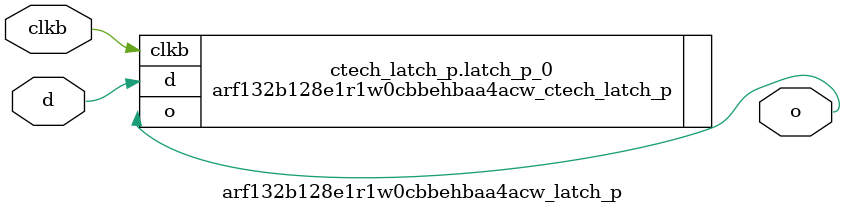
<source format=sv>

`ifndef ARF132B128E1R1W0CBBEHBAA4ACW_LATCH_P_SV
`define ARF132B128E1R1W0CBBEHBAA4ACW_LATCH_P_SV

module arf132b128e1r1w0cbbehbaa4acw_latch_p #
(
  parameter CTECH = 1
)
(
  output logic o,
  input  logic d,
  input  logic clkb
);

  if (CTECH == 1) begin: ctech_latch_p
    arf132b128e1r1w0cbbehbaa4acw_ctech_latch_p latch_p_0 (.o(o),.d(d),.clkb(clkb));
  end
  else begin
    always_latch begin
      if (~clkb) begin
        o <= d;
      end
    end
  end

endmodule // arf132b128e1r1w0cbbehbaa4acw_latch_p

`endif // ARF132B128E1R1W0CBBEHBAA4ACW_LATCH_P_SV
</source>
